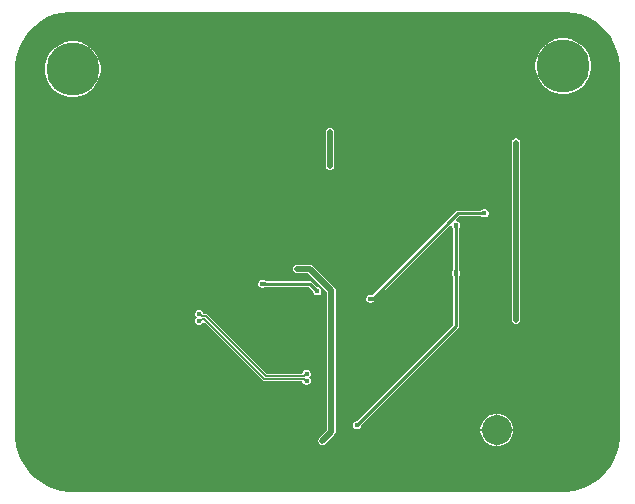
<source format=gbl>
G04*
G04 #@! TF.GenerationSoftware,Altium Limited,Altium Designer,22.10.1 (41)*
G04*
G04 Layer_Physical_Order=4*
G04 Layer_Color=16711680*
%FSLAX25Y25*%
%MOIN*%
G70*
G04*
G04 #@! TF.SameCoordinates,8FEA939C-E76D-43F5-B1C2-14765C5B3C68*
G04*
G04*
G04 #@! TF.FilePolarity,Positive*
G04*
G01*
G75*
%ADD10C,0.01000*%
%ADD42C,0.00591*%
%ADD43C,0.02000*%
%ADD44C,0.10000*%
%ADD45C,0.17717*%
%ADD46C,0.01772*%
%ADD47C,0.02400*%
G36*
X486515Y384197D02*
X487773Y384197D01*
X490268Y383869D01*
X492699Y383217D01*
X495024Y382254D01*
X497203Y380996D01*
X499199Y379464D01*
X500979Y377685D01*
X502511Y375688D01*
X503769Y373509D01*
X504732Y371184D01*
X505383Y368753D01*
X505712Y366258D01*
X505712Y365000D01*
Y243243D01*
Y241985D01*
X505383Y239490D01*
X504732Y237059D01*
X503769Y234734D01*
X502511Y232555D01*
X500979Y230558D01*
X499199Y228779D01*
X497203Y227247D01*
X495024Y225989D01*
X492699Y225026D01*
X490268Y224374D01*
X487773Y224046D01*
X321984D01*
X319489Y224374D01*
X317059Y225026D01*
X314734Y225989D01*
X312554Y227247D01*
X310558Y228779D01*
X308779Y230558D01*
X307246Y232555D01*
X305988Y234734D01*
X305025Y237059D01*
X304374Y239490D01*
X304045Y241985D01*
X304045Y243243D01*
X304045Y365000D01*
Y366258D01*
X304374Y368753D01*
X305025Y371184D01*
X305988Y373509D01*
X307246Y375688D01*
X308778Y377685D01*
X310558Y379464D01*
X312554Y380996D01*
X314734Y382254D01*
X317059Y383217D01*
X319489Y383869D01*
X321984Y384197D01*
X323243Y384197D01*
X486515Y384197D01*
D02*
G37*
%LPC*%
G36*
X487669Y375258D02*
X485846D01*
X484057Y374903D01*
X482372Y374205D01*
X480856Y373191D01*
X479566Y371902D01*
X478553Y370385D01*
X477855Y368701D01*
X477499Y366912D01*
Y365088D01*
X477855Y363299D01*
X478553Y361615D01*
X479566Y360098D01*
X480856Y358809D01*
X482372Y357795D01*
X484057Y357098D01*
X485846Y356742D01*
X487669D01*
X489458Y357098D01*
X491143Y357795D01*
X492659Y358809D01*
X493949Y360098D01*
X494962Y361615D01*
X495660Y363299D01*
X496016Y365088D01*
Y366912D01*
X495660Y368701D01*
X494962Y370385D01*
X493949Y371902D01*
X492659Y373191D01*
X491143Y374205D01*
X489458Y374903D01*
X487669Y375258D01*
D02*
G37*
G36*
X324154Y374258D02*
X322331D01*
X320542Y373903D01*
X318857Y373205D01*
X317341Y372191D01*
X316051Y370902D01*
X315038Y369385D01*
X314340Y367701D01*
X313984Y365912D01*
Y364088D01*
X314340Y362299D01*
X315038Y360615D01*
X316051Y359098D01*
X317341Y357809D01*
X318857Y356795D01*
X320542Y356098D01*
X322331Y355742D01*
X324154D01*
X325943Y356098D01*
X327628Y356795D01*
X329144Y357809D01*
X330434Y359098D01*
X331447Y360615D01*
X332145Y362299D01*
X332501Y364088D01*
Y365912D01*
X332145Y367701D01*
X331447Y369385D01*
X330434Y370902D01*
X329144Y372191D01*
X327628Y373205D01*
X325943Y373903D01*
X324154Y374258D01*
D02*
G37*
G36*
X409000Y345427D02*
X408791Y345386D01*
X408724D01*
X408663Y345360D01*
X408454Y345319D01*
X408276Y345200D01*
X408215Y345175D01*
X408168Y345128D01*
X407991Y345009D01*
X407872Y344832D01*
X407825Y344785D01*
X407800Y344724D01*
X407681Y344546D01*
X407640Y344337D01*
X407614Y344276D01*
Y344209D01*
X407573Y344000D01*
Y332690D01*
X407614Y332481D01*
Y332415D01*
X407640Y332353D01*
X407681Y332144D01*
X407800Y331967D01*
X407825Y331905D01*
X407872Y331858D01*
X407991Y331681D01*
X408168Y331562D01*
X408215Y331516D01*
X408276Y331490D01*
X408454Y331372D01*
X408663Y331330D01*
X408724Y331305D01*
X408791D01*
X409000Y331263D01*
X409209Y331305D01*
X409276D01*
X409337Y331330D01*
X409546Y331372D01*
X409724Y331490D01*
X409785Y331516D01*
X409832Y331562D01*
X410009Y331681D01*
X410128Y331858D01*
X410175Y331905D01*
X410200Y331967D01*
X410319Y332144D01*
X410360Y332353D01*
X410386Y332415D01*
Y332481D01*
X410427Y332690D01*
Y344000D01*
X410386Y344209D01*
Y344276D01*
X410360Y344337D01*
X410319Y344546D01*
X410200Y344724D01*
X410175Y344785D01*
X410128Y344832D01*
X410009Y345009D01*
X409832Y345128D01*
X409785Y345175D01*
X409724Y345200D01*
X409546Y345319D01*
X409337Y345360D01*
X409276Y345386D01*
X409209D01*
X409000Y345427D01*
D02*
G37*
G36*
X460776Y318328D02*
X460224D01*
X459715Y318117D01*
X459474Y317876D01*
X459471Y317876D01*
X459393Y317875D01*
X459356Y317860D01*
X451684D01*
X451333Y317790D01*
X451035Y317591D01*
X423144Y289700D01*
X423124Y289695D01*
X423109Y289669D01*
X423105Y289668D01*
X422776Y289804D01*
X422224D01*
X421715Y289593D01*
X421325Y289204D01*
X421114Y288694D01*
Y288143D01*
X421325Y287633D01*
X421715Y287244D01*
X422224Y287033D01*
X422776D01*
X423285Y287244D01*
X423675Y287633D01*
X423723Y287750D01*
X423924Y287884D01*
X424194Y288155D01*
X424220Y288172D01*
X424227Y288182D01*
X424240Y288185D01*
X424262Y288223D01*
X449114Y313074D01*
X449614Y312867D01*
Y312730D01*
X449825Y312220D01*
X450066Y311979D01*
X450067Y311976D01*
X450067Y311898D01*
X450082Y311862D01*
Y298149D01*
X450067Y298114D01*
X450065Y298025D01*
X449825Y297785D01*
X449614Y297276D01*
Y296724D01*
X449825Y296215D01*
X450066Y295974D01*
X450067Y295971D01*
X450067Y295893D01*
X450082Y295856D01*
Y279660D01*
X418163Y247741D01*
X418128Y247727D01*
X418064Y247665D01*
X417724D01*
X417215Y247454D01*
X416825Y247064D01*
X416614Y246555D01*
Y246004D01*
X416825Y245495D01*
X417215Y245105D01*
X417724Y244894D01*
X418276D01*
X418785Y245105D01*
X419175Y245495D01*
X419386Y246004D01*
Y246345D01*
X419388Y246347D01*
X419443Y246403D01*
X419458Y246439D01*
X451649Y278631D01*
X451848Y278928D01*
X451918Y279279D01*
Y295851D01*
X451933Y295886D01*
X451935Y295975D01*
X452175Y296215D01*
X452386Y296724D01*
Y297276D01*
X452175Y297785D01*
X451934Y298026D01*
X451933Y298029D01*
X451933Y298107D01*
X451918Y298144D01*
Y311857D01*
X451933Y311891D01*
X451935Y311980D01*
X452175Y312220D01*
X452386Y312730D01*
Y313281D01*
X452175Y313790D01*
X451785Y314180D01*
X451276Y314391D01*
X451138D01*
X450931Y314891D01*
X452064Y316025D01*
X459351D01*
X459386Y316009D01*
X459475Y316008D01*
X459715Y315768D01*
X460224Y315557D01*
X460776D01*
X461285Y315768D01*
X461675Y316157D01*
X461886Y316667D01*
Y317218D01*
X461675Y317727D01*
X461285Y318117D01*
X460776Y318328D01*
D02*
G37*
G36*
X386776Y294804D02*
X386224D01*
X385715Y294593D01*
X385325Y294203D01*
X385114Y293694D01*
Y293143D01*
X385325Y292634D01*
X385715Y292244D01*
X386224Y292033D01*
X386776D01*
X387285Y292244D01*
X387526Y292485D01*
X387529Y292485D01*
X387607Y292486D01*
X387644Y292501D01*
X401871D01*
X403263Y291108D01*
X403277Y291073D01*
X403339Y291009D01*
Y290669D01*
X403550Y290160D01*
X403939Y289770D01*
X404449Y289559D01*
X405000D01*
X405509Y289770D01*
X405899Y290160D01*
X406110Y290669D01*
Y291220D01*
X405899Y291730D01*
X405509Y292120D01*
X405000Y292331D01*
X404659D01*
X404657Y292333D01*
X404601Y292388D01*
X404565Y292402D01*
X402900Y294067D01*
X402602Y294266D01*
X402251Y294336D01*
X387649D01*
X387614Y294351D01*
X387525Y294353D01*
X387285Y294593D01*
X386776Y294804D01*
D02*
G37*
G36*
X471000Y341927D02*
X470791Y341886D01*
X470724D01*
X470663Y341860D01*
X470454Y341819D01*
X470276Y341700D01*
X470215Y341675D01*
X470168Y341628D01*
X469991Y341509D01*
X469872Y341332D01*
X469825Y341285D01*
X469800Y341224D01*
X469681Y341046D01*
X469640Y340837D01*
X469614Y340776D01*
Y340709D01*
X469573Y340500D01*
Y281500D01*
X469614Y281291D01*
Y281224D01*
X469640Y281163D01*
X469681Y280954D01*
X469800Y280776D01*
X469825Y280715D01*
X469872Y280668D01*
X469991Y280491D01*
X470168Y280372D01*
X470215Y280325D01*
X470276Y280300D01*
X470454Y280181D01*
X470663Y280140D01*
X470724Y280114D01*
X470791D01*
X471000Y280073D01*
X471209Y280114D01*
X471276D01*
X471337Y280140D01*
X471546Y280181D01*
X471724Y280300D01*
X471785Y280325D01*
X471832Y280372D01*
X472009Y280491D01*
X472128Y280668D01*
X472175Y280715D01*
X472200Y280776D01*
X472319Y280954D01*
X472360Y281163D01*
X472386Y281224D01*
Y281291D01*
X472427Y281500D01*
Y340500D01*
X472386Y340709D01*
Y340776D01*
X472360Y340837D01*
X472319Y341046D01*
X472200Y341224D01*
X472175Y341285D01*
X472128Y341332D01*
X472009Y341509D01*
X471832Y341628D01*
X471785Y341675D01*
X471724Y341700D01*
X471546Y341819D01*
X471337Y341860D01*
X471276Y341886D01*
X471209D01*
X471000Y341927D01*
D02*
G37*
G36*
X365630Y284760D02*
X365079D01*
X364569Y284549D01*
X364179Y284159D01*
X363968Y283650D01*
Y283098D01*
X364179Y282589D01*
X364530Y282238D01*
X364179Y281887D01*
X363968Y281378D01*
Y280827D01*
X364179Y280317D01*
X364569Y279927D01*
X365079Y279716D01*
X365630D01*
X366139Y279927D01*
X366529Y280317D01*
X366610Y280513D01*
X367200Y280630D01*
X386613Y261217D01*
X386843Y261064D01*
X387114Y261010D01*
X399795D01*
Y260839D01*
X400006Y260329D01*
X400396Y259939D01*
X400905Y259728D01*
X401457D01*
X401966Y259939D01*
X402356Y260329D01*
X402567Y260839D01*
Y261390D01*
X402356Y261899D01*
X402005Y262250D01*
X402356Y262601D01*
X402567Y263110D01*
Y263662D01*
X402356Y264171D01*
X401966Y264561D01*
X401457Y264772D01*
X400905D01*
X400396Y264561D01*
X400006Y264171D01*
X399795Y263662D01*
Y263490D01*
X387848D01*
X368068Y283271D01*
X367838Y283425D01*
X367566Y283479D01*
X366740D01*
Y283650D01*
X366529Y284159D01*
X366139Y284549D01*
X365630Y284760D01*
D02*
G37*
G36*
X465266Y250085D02*
X464755D01*
Y244885D01*
X469955D01*
Y245396D01*
X469587Y246769D01*
X468876Y248001D01*
X467871Y249006D01*
X466639Y249717D01*
X465266Y250085D01*
D02*
G37*
G36*
X464355D02*
X463844D01*
X462471Y249717D01*
X461239Y249006D01*
X460234Y248001D01*
X459523Y246769D01*
X459155Y245396D01*
Y244885D01*
X464355D01*
Y250085D01*
D02*
G37*
G36*
X402369Y299846D02*
X402369Y299846D01*
X398027D01*
X397818Y299804D01*
X397752D01*
X397690Y299779D01*
X397481Y299737D01*
X397304Y299619D01*
X397242Y299593D01*
X397196Y299546D01*
X397018Y299428D01*
X396900Y299251D01*
X396853Y299203D01*
X396827Y299142D01*
X396709Y298965D01*
X396667Y298756D01*
X396642Y298694D01*
Y298628D01*
X396600Y298418D01*
X396642Y298209D01*
Y298143D01*
X396667Y298081D01*
X396709Y297872D01*
X396827Y297695D01*
X396853Y297634D01*
X396900Y297586D01*
X397018Y297409D01*
X397196Y297291D01*
X397242Y297244D01*
X397304Y297218D01*
X397481Y297100D01*
X397690Y297058D01*
X397752Y297033D01*
X397818D01*
X398027Y296991D01*
X401778D01*
X408021Y290747D01*
Y244702D01*
X405491Y242171D01*
X405372Y241993D01*
X405325Y241946D01*
X405300Y241885D01*
X405181Y241708D01*
X405140Y241498D01*
X405114Y241437D01*
Y241371D01*
X405073Y241161D01*
X405114Y240952D01*
Y240886D01*
X405140Y240824D01*
X405181Y240615D01*
X405300Y240438D01*
X405325Y240376D01*
X405372Y240329D01*
X405491Y240152D01*
X405668Y240034D01*
X405715Y239987D01*
X405776Y239961D01*
X405954Y239843D01*
X406163Y239801D01*
X406224Y239776D01*
X406291D01*
X406500Y239734D01*
X406709Y239776D01*
X406776D01*
X406837Y239801D01*
X407046Y239843D01*
X407224Y239961D01*
X407285Y239987D01*
X407332Y240034D01*
X407509Y240152D01*
X410458Y243101D01*
X410458Y243101D01*
X410768Y243564D01*
X410876Y244110D01*
X410876Y244110D01*
Y291338D01*
X410876Y291339D01*
X410768Y291885D01*
X410458Y292348D01*
X403378Y299428D01*
X402915Y299737D01*
X402369Y299846D01*
D02*
G37*
G36*
X469955Y244485D02*
X464755D01*
Y239285D01*
X465266D01*
X466639Y239653D01*
X467871Y240364D01*
X468876Y241369D01*
X469587Y242601D01*
X469955Y243974D01*
Y244485D01*
D02*
G37*
G36*
X464355D02*
X459155D01*
Y243974D01*
X459523Y242601D01*
X460234Y241369D01*
X461239Y240364D01*
X462471Y239653D01*
X463844Y239285D01*
X464355D01*
Y244485D01*
D02*
G37*
%LPD*%
G36*
X459929Y316382D02*
X459913Y316394D01*
X459889Y316404D01*
X459856Y316413D01*
X459815Y316421D01*
X459766Y316427D01*
X459643Y316437D01*
X459396Y316442D01*
Y317442D01*
X459486Y317443D01*
X459815Y317464D01*
X459856Y317472D01*
X459889Y317481D01*
X459913Y317491D01*
X459929Y317502D01*
Y316382D01*
D02*
G37*
G36*
X451549Y312418D02*
X451538Y312394D01*
X451529Y312361D01*
X451522Y312320D01*
X451515Y312271D01*
X451505Y312148D01*
X451500Y311901D01*
X450500D01*
X450499Y311992D01*
X450478Y312320D01*
X450471Y312361D01*
X450462Y312394D01*
X450451Y312418D01*
X450440Y312434D01*
X451560D01*
X451549Y312418D01*
D02*
G37*
G36*
X451501Y298014D02*
X451522Y297685D01*
X451529Y297644D01*
X451538Y297611D01*
X451549Y297587D01*
X451560Y297571D01*
X450440D01*
X450451Y297587D01*
X450462Y297611D01*
X450471Y297644D01*
X450478Y297685D01*
X450485Y297734D01*
X450495Y297857D01*
X450500Y298105D01*
X451500D01*
X451501Y298014D01*
D02*
G37*
G36*
X451549Y296413D02*
X451538Y296389D01*
X451529Y296356D01*
X451522Y296315D01*
X451515Y296266D01*
X451505Y296143D01*
X451500Y295896D01*
X450500D01*
X450499Y295986D01*
X450478Y296315D01*
X450471Y296356D01*
X450462Y296389D01*
X450451Y296413D01*
X450440Y296429D01*
X451560D01*
X451549Y296413D01*
D02*
G37*
G36*
X423982Y288533D02*
X423190Y288013D01*
X422973Y289063D01*
X422991Y289057D01*
X423013Y289058D01*
X423040Y289067D01*
X423073Y289083D01*
X423111Y289108D01*
X423155Y289140D01*
X423257Y289228D01*
X423381Y289347D01*
X423982Y288533D01*
D02*
G37*
G36*
X419135Y246707D02*
X419071Y246642D01*
X418853Y246395D01*
X418830Y246361D01*
X418813Y246331D01*
X418803Y246307D01*
X418800Y246287D01*
X418008Y247079D01*
X418027Y247083D01*
X418052Y247093D01*
X418081Y247109D01*
X418115Y247133D01*
X418155Y247163D01*
X418249Y247243D01*
X418428Y247414D01*
X419135Y246707D01*
D02*
G37*
G36*
X387087Y293967D02*
X387111Y293957D01*
X387144Y293948D01*
X387185Y293940D01*
X387234Y293934D01*
X387357Y293924D01*
X387604Y293918D01*
Y292918D01*
X387514Y292918D01*
X387185Y292897D01*
X387144Y292889D01*
X387111Y292880D01*
X387087Y292870D01*
X387071Y292859D01*
Y293979D01*
X387087Y293967D01*
D02*
G37*
G36*
X404361Y292016D02*
X404609Y291798D01*
X404643Y291775D01*
X404673Y291758D01*
X404697Y291748D01*
X404716Y291745D01*
X403924Y290953D01*
X403921Y290972D01*
X403911Y290997D01*
X403895Y291026D01*
X403871Y291060D01*
X403841Y291100D01*
X403761Y291194D01*
X403590Y291372D01*
X404297Y292079D01*
X404361Y292016D01*
D02*
G37*
D10*
X386500Y293419D02*
X402251D01*
X404724Y290945D01*
X451000Y297000D02*
Y313005D01*
Y279279D02*
Y297000D01*
X422500Y288419D02*
X422615Y288533D01*
X423275D01*
X418000Y246280D02*
X451000Y279279D01*
X423275Y288533D02*
X451684Y316942D01*
X460500D01*
D42*
X400862Y263386D02*
X401181D01*
X400257Y262782D02*
X400862Y263386D01*
X387555Y262782D02*
X400257D01*
X365674Y283374D02*
X366278Y282770D01*
X365354Y283374D02*
X365674D01*
X367566Y282770D02*
X387555Y262782D01*
X366278Y282770D02*
X367566D01*
X400257Y261719D02*
X400862Y261114D01*
X387114Y261719D02*
X400257D01*
X400862Y261114D02*
X401181D01*
X366278Y281707D02*
X367126D01*
X365674Y281102D02*
X366278Y281707D01*
X365354Y281102D02*
X365674D01*
X367126Y281707D02*
X387114Y261719D01*
D43*
X402369Y298418D02*
X409449Y291339D01*
X406500Y241161D02*
X409449Y244110D01*
Y291339D01*
X398027Y298418D02*
X402369D01*
X409000Y332690D02*
Y344000D01*
X471000Y281500D02*
Y340500D01*
D44*
X464555Y244685D02*
D03*
D45*
X323243Y365000D02*
D03*
X486757Y366000D02*
D03*
D46*
X401181Y263386D02*
D03*
X365354Y283374D02*
D03*
X401181Y261114D02*
D03*
X365354Y281102D02*
D03*
X363226Y279134D02*
D03*
X367163D02*
D03*
Y285343D02*
D03*
X363226D02*
D03*
X399053Y265354D02*
D03*
X402990D02*
D03*
Y259146D02*
D03*
X399053D02*
D03*
X404724Y290945D02*
D03*
X398027Y298418D02*
D03*
X451000Y297000D02*
D03*
X406500Y241161D02*
D03*
X386500Y293419D02*
D03*
X409000Y332690D02*
D03*
X418000Y246280D02*
D03*
X422500Y288419D02*
D03*
X451000Y313005D02*
D03*
X460500Y316942D02*
D03*
X471000Y281500D02*
D03*
X409000Y344000D02*
D03*
X471000Y340500D02*
D03*
D47*
X442235Y274665D02*
D03*
X460000Y321000D02*
D03*
X423000Y284000D02*
D03*
X418000Y251000D02*
D03*
X446000Y297000D02*
D03*
X403000Y287000D02*
D03*
X382000Y293000D02*
D03*
X431000Y311000D02*
D03*
X447000Y326000D02*
D03*
X494735Y379665D02*
D03*
X502235Y364665D02*
D03*
X494735Y349665D02*
D03*
X502235Y334665D02*
D03*
X494735Y259665D02*
D03*
X502235Y244665D02*
D03*
X494735Y229665D02*
D03*
X479735Y379665D02*
D03*
Y349665D02*
D03*
X487235Y334665D02*
D03*
X479735Y259665D02*
D03*
X487235Y244665D02*
D03*
X479735Y229665D02*
D03*
X464735Y379665D02*
D03*
X472235Y364665D02*
D03*
X464735Y349665D02*
D03*
X472235Y274665D02*
D03*
X464735Y259665D02*
D03*
X472235Y244665D02*
D03*
X464735Y229665D02*
D03*
X449735Y379665D02*
D03*
X457235Y364665D02*
D03*
X449735Y349665D02*
D03*
X457235Y334665D02*
D03*
Y274665D02*
D03*
X449735Y259665D02*
D03*
X457235Y244665D02*
D03*
X449735Y229665D02*
D03*
X434735Y379665D02*
D03*
X442235Y364665D02*
D03*
X434735Y349665D02*
D03*
X442235Y334665D02*
D03*
X434735Y229665D02*
D03*
X419735Y379665D02*
D03*
X427235Y364665D02*
D03*
X419735Y349665D02*
D03*
X427235Y334665D02*
D03*
X419735Y319665D02*
D03*
X427235Y274665D02*
D03*
X419735Y259665D02*
D03*
Y229665D02*
D03*
X404735Y379665D02*
D03*
Y319665D02*
D03*
Y229665D02*
D03*
X389735Y379665D02*
D03*
Y349665D02*
D03*
Y319665D02*
D03*
Y229665D02*
D03*
X374735Y379665D02*
D03*
X382235Y364665D02*
D03*
X374735Y319665D02*
D03*
X382235Y274665D02*
D03*
X374735Y229665D02*
D03*
X359735Y379665D02*
D03*
X367235Y364665D02*
D03*
X359735Y349665D02*
D03*
X367235Y304665D02*
D03*
Y274665D02*
D03*
X359735Y229665D02*
D03*
X344735Y379665D02*
D03*
X352235Y364665D02*
D03*
X344735Y349665D02*
D03*
Y229665D02*
D03*
X329735Y379665D02*
D03*
X337235Y364665D02*
D03*
X329735Y229665D02*
D03*
X314735Y379665D02*
D03*
X322235Y334665D02*
D03*
X314735Y319665D02*
D03*
X322235Y304665D02*
D03*
X314735Y289665D02*
D03*
X322235Y274665D02*
D03*
X314735Y259665D02*
D03*
Y229665D02*
D03*
M02*

</source>
